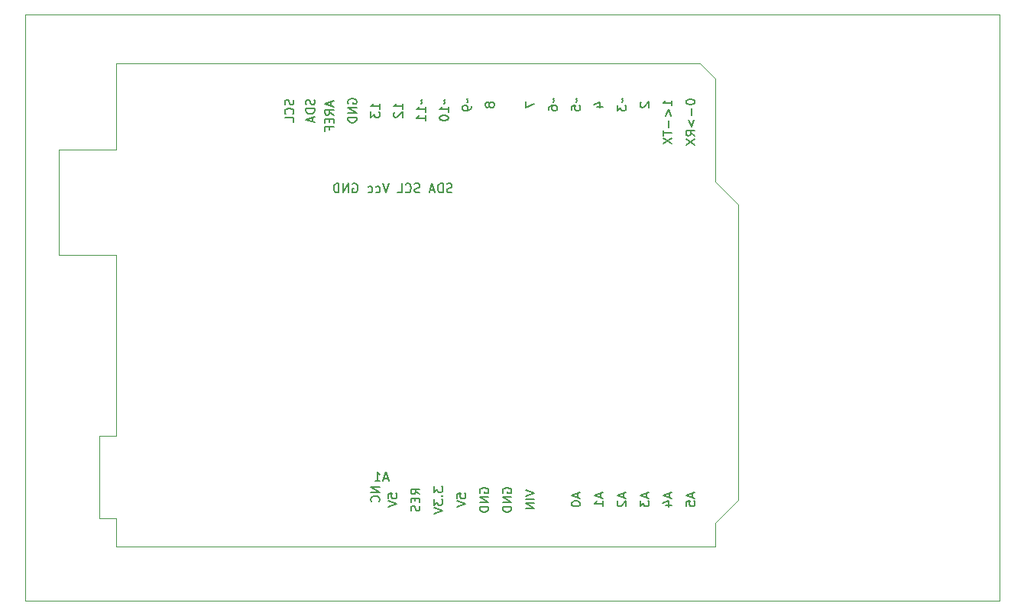
<source format=gbr>
%TF.GenerationSoftware,KiCad,Pcbnew,7.0.5*%
%TF.CreationDate,2024-03-02T19:22:20-05:00*%
%TF.ProjectId,moonratII,6d6f6f6e-7261-4744-9949-2e6b69636164,1.0*%
%TF.SameCoordinates,Original*%
%TF.FileFunction,Legend,Bot*%
%TF.FilePolarity,Positive*%
%FSLAX46Y46*%
G04 Gerber Fmt 4.6, Leading zero omitted, Abs format (unit mm)*
G04 Created by KiCad (PCBNEW 7.0.5) date 2024-03-02 19:22:20*
%MOMM*%
%LPD*%
G01*
G04 APERTURE LIST*
%ADD10C,0.150000*%
%ADD11C,0.120000*%
%TA.AperFunction,Profile*%
%ADD12C,0.100000*%
%TD*%
G04 APERTURE END LIST*
D10*
%TO.C,J2*%
X97314839Y-104662200D02*
X97171982Y-104709819D01*
X97171982Y-104709819D02*
X96933887Y-104709819D01*
X96933887Y-104709819D02*
X96838649Y-104662200D01*
X96838649Y-104662200D02*
X96791030Y-104614580D01*
X96791030Y-104614580D02*
X96743411Y-104519342D01*
X96743411Y-104519342D02*
X96743411Y-104424104D01*
X96743411Y-104424104D02*
X96791030Y-104328866D01*
X96791030Y-104328866D02*
X96838649Y-104281247D01*
X96838649Y-104281247D02*
X96933887Y-104233628D01*
X96933887Y-104233628D02*
X97124363Y-104186009D01*
X97124363Y-104186009D02*
X97219601Y-104138390D01*
X97219601Y-104138390D02*
X97267220Y-104090771D01*
X97267220Y-104090771D02*
X97314839Y-103995533D01*
X97314839Y-103995533D02*
X97314839Y-103900295D01*
X97314839Y-103900295D02*
X97267220Y-103805057D01*
X97267220Y-103805057D02*
X97219601Y-103757438D01*
X97219601Y-103757438D02*
X97124363Y-103709819D01*
X97124363Y-103709819D02*
X96886268Y-103709819D01*
X96886268Y-103709819D02*
X96743411Y-103757438D01*
X96314839Y-104709819D02*
X96314839Y-103709819D01*
X96314839Y-103709819D02*
X96076744Y-103709819D01*
X96076744Y-103709819D02*
X95933887Y-103757438D01*
X95933887Y-103757438D02*
X95838649Y-103852676D01*
X95838649Y-103852676D02*
X95791030Y-103947914D01*
X95791030Y-103947914D02*
X95743411Y-104138390D01*
X95743411Y-104138390D02*
X95743411Y-104281247D01*
X95743411Y-104281247D02*
X95791030Y-104471723D01*
X95791030Y-104471723D02*
X95838649Y-104566961D01*
X95838649Y-104566961D02*
X95933887Y-104662200D01*
X95933887Y-104662200D02*
X96076744Y-104709819D01*
X96076744Y-104709819D02*
X96314839Y-104709819D01*
X95362458Y-104424104D02*
X94886268Y-104424104D01*
X95457696Y-104709819D02*
X95124363Y-103709819D01*
X95124363Y-103709819D02*
X94791030Y-104709819D01*
X93743410Y-104662200D02*
X93600553Y-104709819D01*
X93600553Y-104709819D02*
X93362458Y-104709819D01*
X93362458Y-104709819D02*
X93267220Y-104662200D01*
X93267220Y-104662200D02*
X93219601Y-104614580D01*
X93219601Y-104614580D02*
X93171982Y-104519342D01*
X93171982Y-104519342D02*
X93171982Y-104424104D01*
X93171982Y-104424104D02*
X93219601Y-104328866D01*
X93219601Y-104328866D02*
X93267220Y-104281247D01*
X93267220Y-104281247D02*
X93362458Y-104233628D01*
X93362458Y-104233628D02*
X93552934Y-104186009D01*
X93552934Y-104186009D02*
X93648172Y-104138390D01*
X93648172Y-104138390D02*
X93695791Y-104090771D01*
X93695791Y-104090771D02*
X93743410Y-103995533D01*
X93743410Y-103995533D02*
X93743410Y-103900295D01*
X93743410Y-103900295D02*
X93695791Y-103805057D01*
X93695791Y-103805057D02*
X93648172Y-103757438D01*
X93648172Y-103757438D02*
X93552934Y-103709819D01*
X93552934Y-103709819D02*
X93314839Y-103709819D01*
X93314839Y-103709819D02*
X93171982Y-103757438D01*
X92171982Y-104614580D02*
X92219601Y-104662200D01*
X92219601Y-104662200D02*
X92362458Y-104709819D01*
X92362458Y-104709819D02*
X92457696Y-104709819D01*
X92457696Y-104709819D02*
X92600553Y-104662200D01*
X92600553Y-104662200D02*
X92695791Y-104566961D01*
X92695791Y-104566961D02*
X92743410Y-104471723D01*
X92743410Y-104471723D02*
X92791029Y-104281247D01*
X92791029Y-104281247D02*
X92791029Y-104138390D01*
X92791029Y-104138390D02*
X92743410Y-103947914D01*
X92743410Y-103947914D02*
X92695791Y-103852676D01*
X92695791Y-103852676D02*
X92600553Y-103757438D01*
X92600553Y-103757438D02*
X92457696Y-103709819D01*
X92457696Y-103709819D02*
X92362458Y-103709819D01*
X92362458Y-103709819D02*
X92219601Y-103757438D01*
X92219601Y-103757438D02*
X92171982Y-103805057D01*
X91267220Y-104709819D02*
X91743410Y-104709819D01*
X91743410Y-104709819D02*
X91743410Y-103709819D01*
X90314838Y-103709819D02*
X89981505Y-104709819D01*
X89981505Y-104709819D02*
X89648172Y-103709819D01*
X88886267Y-104662200D02*
X88981505Y-104709819D01*
X88981505Y-104709819D02*
X89171981Y-104709819D01*
X89171981Y-104709819D02*
X89267219Y-104662200D01*
X89267219Y-104662200D02*
X89314838Y-104614580D01*
X89314838Y-104614580D02*
X89362457Y-104519342D01*
X89362457Y-104519342D02*
X89362457Y-104233628D01*
X89362457Y-104233628D02*
X89314838Y-104138390D01*
X89314838Y-104138390D02*
X89267219Y-104090771D01*
X89267219Y-104090771D02*
X89171981Y-104043152D01*
X89171981Y-104043152D02*
X88981505Y-104043152D01*
X88981505Y-104043152D02*
X88886267Y-104090771D01*
X88029124Y-104662200D02*
X88124362Y-104709819D01*
X88124362Y-104709819D02*
X88314838Y-104709819D01*
X88314838Y-104709819D02*
X88410076Y-104662200D01*
X88410076Y-104662200D02*
X88457695Y-104614580D01*
X88457695Y-104614580D02*
X88505314Y-104519342D01*
X88505314Y-104519342D02*
X88505314Y-104233628D01*
X88505314Y-104233628D02*
X88457695Y-104138390D01*
X88457695Y-104138390D02*
X88410076Y-104090771D01*
X88410076Y-104090771D02*
X88314838Y-104043152D01*
X88314838Y-104043152D02*
X88124362Y-104043152D01*
X88124362Y-104043152D02*
X88029124Y-104090771D01*
X86314838Y-103757438D02*
X86410076Y-103709819D01*
X86410076Y-103709819D02*
X86552933Y-103709819D01*
X86552933Y-103709819D02*
X86695790Y-103757438D01*
X86695790Y-103757438D02*
X86791028Y-103852676D01*
X86791028Y-103852676D02*
X86838647Y-103947914D01*
X86838647Y-103947914D02*
X86886266Y-104138390D01*
X86886266Y-104138390D02*
X86886266Y-104281247D01*
X86886266Y-104281247D02*
X86838647Y-104471723D01*
X86838647Y-104471723D02*
X86791028Y-104566961D01*
X86791028Y-104566961D02*
X86695790Y-104662200D01*
X86695790Y-104662200D02*
X86552933Y-104709819D01*
X86552933Y-104709819D02*
X86457695Y-104709819D01*
X86457695Y-104709819D02*
X86314838Y-104662200D01*
X86314838Y-104662200D02*
X86267219Y-104614580D01*
X86267219Y-104614580D02*
X86267219Y-104281247D01*
X86267219Y-104281247D02*
X86457695Y-104281247D01*
X85838647Y-104709819D02*
X85838647Y-103709819D01*
X85838647Y-103709819D02*
X85267219Y-104709819D01*
X85267219Y-104709819D02*
X85267219Y-103709819D01*
X84791028Y-104709819D02*
X84791028Y-103709819D01*
X84791028Y-103709819D02*
X84552933Y-103709819D01*
X84552933Y-103709819D02*
X84410076Y-103757438D01*
X84410076Y-103757438D02*
X84314838Y-103852676D01*
X84314838Y-103852676D02*
X84267219Y-103947914D01*
X84267219Y-103947914D02*
X84219600Y-104138390D01*
X84219600Y-104138390D02*
X84219600Y-104281247D01*
X84219600Y-104281247D02*
X84267219Y-104471723D01*
X84267219Y-104471723D02*
X84314838Y-104566961D01*
X84314838Y-104566961D02*
X84410076Y-104662200D01*
X84410076Y-104662200D02*
X84552933Y-104709819D01*
X84552933Y-104709819D02*
X84791028Y-104709819D01*
%TO.C,A1*%
X90209285Y-136419104D02*
X89733095Y-136419104D01*
X90304523Y-136704819D02*
X89971190Y-135704819D01*
X89971190Y-135704819D02*
X89637857Y-136704819D01*
X88780714Y-136704819D02*
X89352142Y-136704819D01*
X89066428Y-136704819D02*
X89066428Y-135704819D01*
X89066428Y-135704819D02*
X89161666Y-135847676D01*
X89161666Y-135847676D02*
X89256904Y-135942914D01*
X89256904Y-135942914D02*
X89352142Y-135990533D01*
X105459819Y-94641667D02*
X105459819Y-95308333D01*
X105459819Y-95308333D02*
X106459819Y-94879762D01*
X83949104Y-94625952D02*
X83949104Y-95102142D01*
X84234819Y-94530714D02*
X83234819Y-94864047D01*
X83234819Y-94864047D02*
X84234819Y-95197380D01*
X84234819Y-96102142D02*
X83758628Y-95768809D01*
X84234819Y-95530714D02*
X83234819Y-95530714D01*
X83234819Y-95530714D02*
X83234819Y-95911666D01*
X83234819Y-95911666D02*
X83282438Y-96006904D01*
X83282438Y-96006904D02*
X83330057Y-96054523D01*
X83330057Y-96054523D02*
X83425295Y-96102142D01*
X83425295Y-96102142D02*
X83568152Y-96102142D01*
X83568152Y-96102142D02*
X83663390Y-96054523D01*
X83663390Y-96054523D02*
X83711009Y-96006904D01*
X83711009Y-96006904D02*
X83758628Y-95911666D01*
X83758628Y-95911666D02*
X83758628Y-95530714D01*
X83711009Y-96530714D02*
X83711009Y-96864047D01*
X84234819Y-97006904D02*
X84234819Y-96530714D01*
X84234819Y-96530714D02*
X83234819Y-96530714D01*
X83234819Y-96530714D02*
X83234819Y-97006904D01*
X83711009Y-97768809D02*
X83711009Y-97435476D01*
X84234819Y-97435476D02*
X83234819Y-97435476D01*
X83234819Y-97435476D02*
X83234819Y-97911666D01*
X113413152Y-95165476D02*
X114079819Y-95165476D01*
X113032200Y-94927381D02*
X113746485Y-94689286D01*
X113746485Y-94689286D02*
X113746485Y-95308333D01*
X113794104Y-138075714D02*
X113794104Y-138551904D01*
X114079819Y-137980476D02*
X113079819Y-138313809D01*
X113079819Y-138313809D02*
X114079819Y-138647142D01*
X114079819Y-139504285D02*
X114079819Y-138932857D01*
X114079819Y-139218571D02*
X113079819Y-139218571D01*
X113079819Y-139218571D02*
X113222676Y-139123333D01*
X113222676Y-139123333D02*
X113317914Y-139028095D01*
X113317914Y-139028095D02*
X113365533Y-138932857D01*
X111158866Y-94236905D02*
X111111247Y-94284524D01*
X111111247Y-94284524D02*
X111063628Y-94379762D01*
X111063628Y-94379762D02*
X111158866Y-94570238D01*
X111158866Y-94570238D02*
X111111247Y-94665476D01*
X111111247Y-94665476D02*
X111063628Y-94713095D01*
X110539819Y-95570238D02*
X110539819Y-95094048D01*
X110539819Y-95094048D02*
X111016009Y-95046429D01*
X111016009Y-95046429D02*
X110968390Y-95094048D01*
X110968390Y-95094048D02*
X110920771Y-95189286D01*
X110920771Y-95189286D02*
X110920771Y-95427381D01*
X110920771Y-95427381D02*
X110968390Y-95522619D01*
X110968390Y-95522619D02*
X111016009Y-95570238D01*
X111016009Y-95570238D02*
X111111247Y-95617857D01*
X111111247Y-95617857D02*
X111349342Y-95617857D01*
X111349342Y-95617857D02*
X111444580Y-95570238D01*
X111444580Y-95570238D02*
X111492200Y-95522619D01*
X111492200Y-95522619D02*
X111539819Y-95427381D01*
X111539819Y-95427381D02*
X111539819Y-95189286D01*
X111539819Y-95189286D02*
X111492200Y-95094048D01*
X111492200Y-95094048D02*
X111444580Y-95046429D01*
X111254104Y-138075714D02*
X111254104Y-138551904D01*
X111539819Y-137980476D02*
X110539819Y-138313809D01*
X110539819Y-138313809D02*
X111539819Y-138647142D01*
X110539819Y-139170952D02*
X110539819Y-139266190D01*
X110539819Y-139266190D02*
X110587438Y-139361428D01*
X110587438Y-139361428D02*
X110635057Y-139409047D01*
X110635057Y-139409047D02*
X110730295Y-139456666D01*
X110730295Y-139456666D02*
X110920771Y-139504285D01*
X110920771Y-139504285D02*
X111158866Y-139504285D01*
X111158866Y-139504285D02*
X111349342Y-139456666D01*
X111349342Y-139456666D02*
X111444580Y-139409047D01*
X111444580Y-139409047D02*
X111492200Y-139361428D01*
X111492200Y-139361428D02*
X111539819Y-139266190D01*
X111539819Y-139266190D02*
X111539819Y-139170952D01*
X111539819Y-139170952D02*
X111492200Y-139075714D01*
X111492200Y-139075714D02*
X111444580Y-139028095D01*
X111444580Y-139028095D02*
X111349342Y-138980476D01*
X111349342Y-138980476D02*
X111158866Y-138932857D01*
X111158866Y-138932857D02*
X110920771Y-138932857D01*
X110920771Y-138932857D02*
X110730295Y-138980476D01*
X110730295Y-138980476D02*
X110635057Y-139028095D01*
X110635057Y-139028095D02*
X110587438Y-139075714D01*
X110587438Y-139075714D02*
X110539819Y-139170952D01*
X94013866Y-94395714D02*
X93966247Y-94443333D01*
X93966247Y-94443333D02*
X93918628Y-94538571D01*
X93918628Y-94538571D02*
X94013866Y-94729047D01*
X94013866Y-94729047D02*
X93966247Y-94824285D01*
X93966247Y-94824285D02*
X93918628Y-94871904D01*
X94394819Y-95776666D02*
X94394819Y-95205238D01*
X94394819Y-95490952D02*
X93394819Y-95490952D01*
X93394819Y-95490952D02*
X93537676Y-95395714D01*
X93537676Y-95395714D02*
X93632914Y-95300476D01*
X93632914Y-95300476D02*
X93680533Y-95205238D01*
X94394819Y-96729047D02*
X94394819Y-96157619D01*
X94394819Y-96443333D02*
X93394819Y-96443333D01*
X93394819Y-96443333D02*
X93537676Y-96348095D01*
X93537676Y-96348095D02*
X93632914Y-96252857D01*
X93632914Y-96252857D02*
X93680533Y-96157619D01*
X93759819Y-138170952D02*
X93283628Y-137837619D01*
X93759819Y-137599524D02*
X92759819Y-137599524D01*
X92759819Y-137599524D02*
X92759819Y-137980476D01*
X92759819Y-137980476D02*
X92807438Y-138075714D01*
X92807438Y-138075714D02*
X92855057Y-138123333D01*
X92855057Y-138123333D02*
X92950295Y-138170952D01*
X92950295Y-138170952D02*
X93093152Y-138170952D01*
X93093152Y-138170952D02*
X93188390Y-138123333D01*
X93188390Y-138123333D02*
X93236009Y-138075714D01*
X93236009Y-138075714D02*
X93283628Y-137980476D01*
X93283628Y-137980476D02*
X93283628Y-137599524D01*
X93236009Y-138599524D02*
X93236009Y-138932857D01*
X93759819Y-139075714D02*
X93759819Y-138599524D01*
X93759819Y-138599524D02*
X92759819Y-138599524D01*
X92759819Y-138599524D02*
X92759819Y-139075714D01*
X93712200Y-139456667D02*
X93759819Y-139599524D01*
X93759819Y-139599524D02*
X93759819Y-139837619D01*
X93759819Y-139837619D02*
X93712200Y-139932857D01*
X93712200Y-139932857D02*
X93664580Y-139980476D01*
X93664580Y-139980476D02*
X93569342Y-140028095D01*
X93569342Y-140028095D02*
X93474104Y-140028095D01*
X93474104Y-140028095D02*
X93378866Y-139980476D01*
X93378866Y-139980476D02*
X93331247Y-139932857D01*
X93331247Y-139932857D02*
X93283628Y-139837619D01*
X93283628Y-139837619D02*
X93236009Y-139647143D01*
X93236009Y-139647143D02*
X93188390Y-139551905D01*
X93188390Y-139551905D02*
X93140771Y-139504286D01*
X93140771Y-139504286D02*
X93045533Y-139456667D01*
X93045533Y-139456667D02*
X92950295Y-139456667D01*
X92950295Y-139456667D02*
X92855057Y-139504286D01*
X92855057Y-139504286D02*
X92807438Y-139551905D01*
X92807438Y-139551905D02*
X92759819Y-139647143D01*
X92759819Y-139647143D02*
X92759819Y-139885238D01*
X92759819Y-139885238D02*
X92807438Y-140028095D01*
X116238866Y-94236905D02*
X116191247Y-94284524D01*
X116191247Y-94284524D02*
X116143628Y-94379762D01*
X116143628Y-94379762D02*
X116238866Y-94570238D01*
X116238866Y-94570238D02*
X116191247Y-94665476D01*
X116191247Y-94665476D02*
X116143628Y-94713095D01*
X115619819Y-94998810D02*
X115619819Y-95617857D01*
X115619819Y-95617857D02*
X116000771Y-95284524D01*
X116000771Y-95284524D02*
X116000771Y-95427381D01*
X116000771Y-95427381D02*
X116048390Y-95522619D01*
X116048390Y-95522619D02*
X116096009Y-95570238D01*
X116096009Y-95570238D02*
X116191247Y-95617857D01*
X116191247Y-95617857D02*
X116429342Y-95617857D01*
X116429342Y-95617857D02*
X116524580Y-95570238D01*
X116524580Y-95570238D02*
X116572200Y-95522619D01*
X116572200Y-95522619D02*
X116619819Y-95427381D01*
X116619819Y-95427381D02*
X116619819Y-95141667D01*
X116619819Y-95141667D02*
X116572200Y-95046429D01*
X116572200Y-95046429D02*
X116524580Y-94998810D01*
X82084404Y-94415988D02*
X82132023Y-94558845D01*
X82132023Y-94558845D02*
X82132023Y-94796940D01*
X82132023Y-94796940D02*
X82084404Y-94892178D01*
X82084404Y-94892178D02*
X82036784Y-94939797D01*
X82036784Y-94939797D02*
X81941546Y-94987416D01*
X81941546Y-94987416D02*
X81846308Y-94987416D01*
X81846308Y-94987416D02*
X81751070Y-94939797D01*
X81751070Y-94939797D02*
X81703451Y-94892178D01*
X81703451Y-94892178D02*
X81655832Y-94796940D01*
X81655832Y-94796940D02*
X81608213Y-94606464D01*
X81608213Y-94606464D02*
X81560594Y-94511226D01*
X81560594Y-94511226D02*
X81512975Y-94463607D01*
X81512975Y-94463607D02*
X81417737Y-94415988D01*
X81417737Y-94415988D02*
X81322499Y-94415988D01*
X81322499Y-94415988D02*
X81227261Y-94463607D01*
X81227261Y-94463607D02*
X81179642Y-94511226D01*
X81179642Y-94511226D02*
X81132023Y-94606464D01*
X81132023Y-94606464D02*
X81132023Y-94844559D01*
X81132023Y-94844559D02*
X81179642Y-94987416D01*
X82132023Y-95415988D02*
X81132023Y-95415988D01*
X81132023Y-95415988D02*
X81132023Y-95654083D01*
X81132023Y-95654083D02*
X81179642Y-95796940D01*
X81179642Y-95796940D02*
X81274880Y-95892178D01*
X81274880Y-95892178D02*
X81370118Y-95939797D01*
X81370118Y-95939797D02*
X81560594Y-95987416D01*
X81560594Y-95987416D02*
X81703451Y-95987416D01*
X81703451Y-95987416D02*
X81893927Y-95939797D01*
X81893927Y-95939797D02*
X81989165Y-95892178D01*
X81989165Y-95892178D02*
X82084404Y-95796940D01*
X82084404Y-95796940D02*
X82132023Y-95654083D01*
X82132023Y-95654083D02*
X82132023Y-95415988D01*
X81846308Y-96368369D02*
X81846308Y-96844559D01*
X82132023Y-96273131D02*
X81132023Y-96606464D01*
X81132023Y-96606464D02*
X82132023Y-96939797D01*
X79742200Y-94419524D02*
X79789819Y-94562381D01*
X79789819Y-94562381D02*
X79789819Y-94800476D01*
X79789819Y-94800476D02*
X79742200Y-94895714D01*
X79742200Y-94895714D02*
X79694580Y-94943333D01*
X79694580Y-94943333D02*
X79599342Y-94990952D01*
X79599342Y-94990952D02*
X79504104Y-94990952D01*
X79504104Y-94990952D02*
X79408866Y-94943333D01*
X79408866Y-94943333D02*
X79361247Y-94895714D01*
X79361247Y-94895714D02*
X79313628Y-94800476D01*
X79313628Y-94800476D02*
X79266009Y-94610000D01*
X79266009Y-94610000D02*
X79218390Y-94514762D01*
X79218390Y-94514762D02*
X79170771Y-94467143D01*
X79170771Y-94467143D02*
X79075533Y-94419524D01*
X79075533Y-94419524D02*
X78980295Y-94419524D01*
X78980295Y-94419524D02*
X78885057Y-94467143D01*
X78885057Y-94467143D02*
X78837438Y-94514762D01*
X78837438Y-94514762D02*
X78789819Y-94610000D01*
X78789819Y-94610000D02*
X78789819Y-94848095D01*
X78789819Y-94848095D02*
X78837438Y-94990952D01*
X79694580Y-95990952D02*
X79742200Y-95943333D01*
X79742200Y-95943333D02*
X79789819Y-95800476D01*
X79789819Y-95800476D02*
X79789819Y-95705238D01*
X79789819Y-95705238D02*
X79742200Y-95562381D01*
X79742200Y-95562381D02*
X79646961Y-95467143D01*
X79646961Y-95467143D02*
X79551723Y-95419524D01*
X79551723Y-95419524D02*
X79361247Y-95371905D01*
X79361247Y-95371905D02*
X79218390Y-95371905D01*
X79218390Y-95371905D02*
X79027914Y-95419524D01*
X79027914Y-95419524D02*
X78932676Y-95467143D01*
X78932676Y-95467143D02*
X78837438Y-95562381D01*
X78837438Y-95562381D02*
X78789819Y-95705238D01*
X78789819Y-95705238D02*
X78789819Y-95800476D01*
X78789819Y-95800476D02*
X78837438Y-95943333D01*
X78837438Y-95943333D02*
X78885057Y-95990952D01*
X79789819Y-96895714D02*
X79789819Y-96419524D01*
X79789819Y-96419524D02*
X78789819Y-96419524D01*
X101443390Y-94879762D02*
X101395771Y-94784524D01*
X101395771Y-94784524D02*
X101348152Y-94736905D01*
X101348152Y-94736905D02*
X101252914Y-94689286D01*
X101252914Y-94689286D02*
X101205295Y-94689286D01*
X101205295Y-94689286D02*
X101110057Y-94736905D01*
X101110057Y-94736905D02*
X101062438Y-94784524D01*
X101062438Y-94784524D02*
X101014819Y-94879762D01*
X101014819Y-94879762D02*
X101014819Y-95070238D01*
X101014819Y-95070238D02*
X101062438Y-95165476D01*
X101062438Y-95165476D02*
X101110057Y-95213095D01*
X101110057Y-95213095D02*
X101205295Y-95260714D01*
X101205295Y-95260714D02*
X101252914Y-95260714D01*
X101252914Y-95260714D02*
X101348152Y-95213095D01*
X101348152Y-95213095D02*
X101395771Y-95165476D01*
X101395771Y-95165476D02*
X101443390Y-95070238D01*
X101443390Y-95070238D02*
X101443390Y-94879762D01*
X101443390Y-94879762D02*
X101491009Y-94784524D01*
X101491009Y-94784524D02*
X101538628Y-94736905D01*
X101538628Y-94736905D02*
X101633866Y-94689286D01*
X101633866Y-94689286D02*
X101824342Y-94689286D01*
X101824342Y-94689286D02*
X101919580Y-94736905D01*
X101919580Y-94736905D02*
X101967200Y-94784524D01*
X101967200Y-94784524D02*
X102014819Y-94879762D01*
X102014819Y-94879762D02*
X102014819Y-95070238D01*
X102014819Y-95070238D02*
X101967200Y-95165476D01*
X101967200Y-95165476D02*
X101919580Y-95213095D01*
X101919580Y-95213095D02*
X101824342Y-95260714D01*
X101824342Y-95260714D02*
X101633866Y-95260714D01*
X101633866Y-95260714D02*
X101538628Y-95213095D01*
X101538628Y-95213095D02*
X101491009Y-95165476D01*
X101491009Y-95165476D02*
X101443390Y-95070238D01*
X105459819Y-137694762D02*
X106459819Y-138028095D01*
X106459819Y-138028095D02*
X105459819Y-138361428D01*
X106459819Y-138694762D02*
X105459819Y-138694762D01*
X106459819Y-139170952D02*
X105459819Y-139170952D01*
X105459819Y-139170952D02*
X106459819Y-139742380D01*
X106459819Y-139742380D02*
X105459819Y-139742380D01*
X95299819Y-137313810D02*
X95299819Y-137932857D01*
X95299819Y-137932857D02*
X95680771Y-137599524D01*
X95680771Y-137599524D02*
X95680771Y-137742381D01*
X95680771Y-137742381D02*
X95728390Y-137837619D01*
X95728390Y-137837619D02*
X95776009Y-137885238D01*
X95776009Y-137885238D02*
X95871247Y-137932857D01*
X95871247Y-137932857D02*
X96109342Y-137932857D01*
X96109342Y-137932857D02*
X96204580Y-137885238D01*
X96204580Y-137885238D02*
X96252200Y-137837619D01*
X96252200Y-137837619D02*
X96299819Y-137742381D01*
X96299819Y-137742381D02*
X96299819Y-137456667D01*
X96299819Y-137456667D02*
X96252200Y-137361429D01*
X96252200Y-137361429D02*
X96204580Y-137313810D01*
X96204580Y-138361429D02*
X96252200Y-138409048D01*
X96252200Y-138409048D02*
X96299819Y-138361429D01*
X96299819Y-138361429D02*
X96252200Y-138313810D01*
X96252200Y-138313810D02*
X96204580Y-138361429D01*
X96204580Y-138361429D02*
X96299819Y-138361429D01*
X95299819Y-138742381D02*
X95299819Y-139361428D01*
X95299819Y-139361428D02*
X95680771Y-139028095D01*
X95680771Y-139028095D02*
X95680771Y-139170952D01*
X95680771Y-139170952D02*
X95728390Y-139266190D01*
X95728390Y-139266190D02*
X95776009Y-139313809D01*
X95776009Y-139313809D02*
X95871247Y-139361428D01*
X95871247Y-139361428D02*
X96109342Y-139361428D01*
X96109342Y-139361428D02*
X96204580Y-139313809D01*
X96204580Y-139313809D02*
X96252200Y-139266190D01*
X96252200Y-139266190D02*
X96299819Y-139170952D01*
X96299819Y-139170952D02*
X96299819Y-138885238D01*
X96299819Y-138885238D02*
X96252200Y-138790000D01*
X96252200Y-138790000D02*
X96204580Y-138742381D01*
X95299819Y-139647143D02*
X96299819Y-139980476D01*
X96299819Y-139980476D02*
X95299819Y-140313809D01*
X96553866Y-94395714D02*
X96506247Y-94443333D01*
X96506247Y-94443333D02*
X96458628Y-94538571D01*
X96458628Y-94538571D02*
X96553866Y-94729047D01*
X96553866Y-94729047D02*
X96506247Y-94824285D01*
X96506247Y-94824285D02*
X96458628Y-94871904D01*
X96934819Y-95776666D02*
X96934819Y-95205238D01*
X96934819Y-95490952D02*
X95934819Y-95490952D01*
X95934819Y-95490952D02*
X96077676Y-95395714D01*
X96077676Y-95395714D02*
X96172914Y-95300476D01*
X96172914Y-95300476D02*
X96220533Y-95205238D01*
X95934819Y-96395714D02*
X95934819Y-96490952D01*
X95934819Y-96490952D02*
X95982438Y-96586190D01*
X95982438Y-96586190D02*
X96030057Y-96633809D01*
X96030057Y-96633809D02*
X96125295Y-96681428D01*
X96125295Y-96681428D02*
X96315771Y-96729047D01*
X96315771Y-96729047D02*
X96553866Y-96729047D01*
X96553866Y-96729047D02*
X96744342Y-96681428D01*
X96744342Y-96681428D02*
X96839580Y-96633809D01*
X96839580Y-96633809D02*
X96887200Y-96586190D01*
X96887200Y-96586190D02*
X96934819Y-96490952D01*
X96934819Y-96490952D02*
X96934819Y-96395714D01*
X96934819Y-96395714D02*
X96887200Y-96300476D01*
X96887200Y-96300476D02*
X96839580Y-96252857D01*
X96839580Y-96252857D02*
X96744342Y-96205238D01*
X96744342Y-96205238D02*
X96553866Y-96157619D01*
X96553866Y-96157619D02*
X96315771Y-96157619D01*
X96315771Y-96157619D02*
X96125295Y-96205238D01*
X96125295Y-96205238D02*
X96030057Y-96252857D01*
X96030057Y-96252857D02*
X95982438Y-96300476D01*
X95982438Y-96300476D02*
X95934819Y-96395714D01*
X123239819Y-94618095D02*
X123239819Y-94713333D01*
X123239819Y-94713333D02*
X123287438Y-94808571D01*
X123287438Y-94808571D02*
X123335057Y-94856190D01*
X123335057Y-94856190D02*
X123430295Y-94903809D01*
X123430295Y-94903809D02*
X123620771Y-94951428D01*
X123620771Y-94951428D02*
X123858866Y-94951428D01*
X123858866Y-94951428D02*
X124049342Y-94903809D01*
X124049342Y-94903809D02*
X124144580Y-94856190D01*
X124144580Y-94856190D02*
X124192200Y-94808571D01*
X124192200Y-94808571D02*
X124239819Y-94713333D01*
X124239819Y-94713333D02*
X124239819Y-94618095D01*
X124239819Y-94618095D02*
X124192200Y-94522857D01*
X124192200Y-94522857D02*
X124144580Y-94475238D01*
X124144580Y-94475238D02*
X124049342Y-94427619D01*
X124049342Y-94427619D02*
X123858866Y-94380000D01*
X123858866Y-94380000D02*
X123620771Y-94380000D01*
X123620771Y-94380000D02*
X123430295Y-94427619D01*
X123430295Y-94427619D02*
X123335057Y-94475238D01*
X123335057Y-94475238D02*
X123287438Y-94522857D01*
X123287438Y-94522857D02*
X123239819Y-94618095D01*
X123858866Y-95380000D02*
X123858866Y-96141905D01*
X123573152Y-96618095D02*
X123858866Y-97380000D01*
X123858866Y-97380000D02*
X124144580Y-96618095D01*
X124239819Y-98427618D02*
X123763628Y-98094285D01*
X124239819Y-97856190D02*
X123239819Y-97856190D01*
X123239819Y-97856190D02*
X123239819Y-98237142D01*
X123239819Y-98237142D02*
X123287438Y-98332380D01*
X123287438Y-98332380D02*
X123335057Y-98379999D01*
X123335057Y-98379999D02*
X123430295Y-98427618D01*
X123430295Y-98427618D02*
X123573152Y-98427618D01*
X123573152Y-98427618D02*
X123668390Y-98379999D01*
X123668390Y-98379999D02*
X123716009Y-98332380D01*
X123716009Y-98332380D02*
X123763628Y-98237142D01*
X123763628Y-98237142D02*
X123763628Y-97856190D01*
X123239819Y-98760952D02*
X124239819Y-99427618D01*
X123239819Y-99427618D02*
X124239819Y-98760952D01*
X123954104Y-138075714D02*
X123954104Y-138551904D01*
X124239819Y-137980476D02*
X123239819Y-138313809D01*
X123239819Y-138313809D02*
X124239819Y-138647142D01*
X123239819Y-139456666D02*
X123239819Y-138980476D01*
X123239819Y-138980476D02*
X123716009Y-138932857D01*
X123716009Y-138932857D02*
X123668390Y-138980476D01*
X123668390Y-138980476D02*
X123620771Y-139075714D01*
X123620771Y-139075714D02*
X123620771Y-139313809D01*
X123620771Y-139313809D02*
X123668390Y-139409047D01*
X123668390Y-139409047D02*
X123716009Y-139456666D01*
X123716009Y-139456666D02*
X123811247Y-139504285D01*
X123811247Y-139504285D02*
X124049342Y-139504285D01*
X124049342Y-139504285D02*
X124144580Y-139456666D01*
X124144580Y-139456666D02*
X124192200Y-139409047D01*
X124192200Y-139409047D02*
X124239819Y-139313809D01*
X124239819Y-139313809D02*
X124239819Y-139075714D01*
X124239819Y-139075714D02*
X124192200Y-138980476D01*
X124192200Y-138980476D02*
X124144580Y-138932857D01*
X121414104Y-138075714D02*
X121414104Y-138551904D01*
X121699819Y-137980476D02*
X120699819Y-138313809D01*
X120699819Y-138313809D02*
X121699819Y-138647142D01*
X121033152Y-139409047D02*
X121699819Y-139409047D01*
X120652200Y-139170952D02*
X121366485Y-138932857D01*
X121366485Y-138932857D02*
X121366485Y-139551904D01*
X89314819Y-95419523D02*
X89314819Y-94848095D01*
X89314819Y-95133809D02*
X88314819Y-95133809D01*
X88314819Y-95133809D02*
X88457676Y-95038571D01*
X88457676Y-95038571D02*
X88552914Y-94943333D01*
X88552914Y-94943333D02*
X88600533Y-94848095D01*
X88314819Y-95752857D02*
X88314819Y-96371904D01*
X88314819Y-96371904D02*
X88695771Y-96038571D01*
X88695771Y-96038571D02*
X88695771Y-96181428D01*
X88695771Y-96181428D02*
X88743390Y-96276666D01*
X88743390Y-96276666D02*
X88791009Y-96324285D01*
X88791009Y-96324285D02*
X88886247Y-96371904D01*
X88886247Y-96371904D02*
X89124342Y-96371904D01*
X89124342Y-96371904D02*
X89219580Y-96324285D01*
X89219580Y-96324285D02*
X89267200Y-96276666D01*
X89267200Y-96276666D02*
X89314819Y-96181428D01*
X89314819Y-96181428D02*
X89314819Y-95895714D01*
X89314819Y-95895714D02*
X89267200Y-95800476D01*
X89267200Y-95800476D02*
X89219580Y-95752857D01*
X100427438Y-138028095D02*
X100379819Y-137932857D01*
X100379819Y-137932857D02*
X100379819Y-137790000D01*
X100379819Y-137790000D02*
X100427438Y-137647143D01*
X100427438Y-137647143D02*
X100522676Y-137551905D01*
X100522676Y-137551905D02*
X100617914Y-137504286D01*
X100617914Y-137504286D02*
X100808390Y-137456667D01*
X100808390Y-137456667D02*
X100951247Y-137456667D01*
X100951247Y-137456667D02*
X101141723Y-137504286D01*
X101141723Y-137504286D02*
X101236961Y-137551905D01*
X101236961Y-137551905D02*
X101332200Y-137647143D01*
X101332200Y-137647143D02*
X101379819Y-137790000D01*
X101379819Y-137790000D02*
X101379819Y-137885238D01*
X101379819Y-137885238D02*
X101332200Y-138028095D01*
X101332200Y-138028095D02*
X101284580Y-138075714D01*
X101284580Y-138075714D02*
X100951247Y-138075714D01*
X100951247Y-138075714D02*
X100951247Y-137885238D01*
X101379819Y-138504286D02*
X100379819Y-138504286D01*
X100379819Y-138504286D02*
X101379819Y-139075714D01*
X101379819Y-139075714D02*
X100379819Y-139075714D01*
X101379819Y-139551905D02*
X100379819Y-139551905D01*
X100379819Y-139551905D02*
X100379819Y-139790000D01*
X100379819Y-139790000D02*
X100427438Y-139932857D01*
X100427438Y-139932857D02*
X100522676Y-140028095D01*
X100522676Y-140028095D02*
X100617914Y-140075714D01*
X100617914Y-140075714D02*
X100808390Y-140123333D01*
X100808390Y-140123333D02*
X100951247Y-140123333D01*
X100951247Y-140123333D02*
X101141723Y-140075714D01*
X101141723Y-140075714D02*
X101236961Y-140028095D01*
X101236961Y-140028095D02*
X101332200Y-139932857D01*
X101332200Y-139932857D02*
X101379819Y-139790000D01*
X101379819Y-139790000D02*
X101379819Y-139551905D01*
X118255057Y-94689286D02*
X118207438Y-94736905D01*
X118207438Y-94736905D02*
X118159819Y-94832143D01*
X118159819Y-94832143D02*
X118159819Y-95070238D01*
X118159819Y-95070238D02*
X118207438Y-95165476D01*
X118207438Y-95165476D02*
X118255057Y-95213095D01*
X118255057Y-95213095D02*
X118350295Y-95260714D01*
X118350295Y-95260714D02*
X118445533Y-95260714D01*
X118445533Y-95260714D02*
X118588390Y-95213095D01*
X118588390Y-95213095D02*
X119159819Y-94641667D01*
X119159819Y-94641667D02*
X119159819Y-95260714D01*
X118874104Y-138075714D02*
X118874104Y-138551904D01*
X119159819Y-137980476D02*
X118159819Y-138313809D01*
X118159819Y-138313809D02*
X119159819Y-138647142D01*
X118159819Y-138885238D02*
X118159819Y-139504285D01*
X118159819Y-139504285D02*
X118540771Y-139170952D01*
X118540771Y-139170952D02*
X118540771Y-139313809D01*
X118540771Y-139313809D02*
X118588390Y-139409047D01*
X118588390Y-139409047D02*
X118636009Y-139456666D01*
X118636009Y-139456666D02*
X118731247Y-139504285D01*
X118731247Y-139504285D02*
X118969342Y-139504285D01*
X118969342Y-139504285D02*
X119064580Y-139456666D01*
X119064580Y-139456666D02*
X119112200Y-139409047D01*
X119112200Y-139409047D02*
X119159819Y-139313809D01*
X119159819Y-139313809D02*
X119159819Y-139028095D01*
X119159819Y-139028095D02*
X119112200Y-138932857D01*
X119112200Y-138932857D02*
X119064580Y-138885238D01*
X91854819Y-95419523D02*
X91854819Y-94848095D01*
X91854819Y-95133809D02*
X90854819Y-95133809D01*
X90854819Y-95133809D02*
X90997676Y-95038571D01*
X90997676Y-95038571D02*
X91092914Y-94943333D01*
X91092914Y-94943333D02*
X91140533Y-94848095D01*
X90950057Y-95800476D02*
X90902438Y-95848095D01*
X90902438Y-95848095D02*
X90854819Y-95943333D01*
X90854819Y-95943333D02*
X90854819Y-96181428D01*
X90854819Y-96181428D02*
X90902438Y-96276666D01*
X90902438Y-96276666D02*
X90950057Y-96324285D01*
X90950057Y-96324285D02*
X91045295Y-96371904D01*
X91045295Y-96371904D02*
X91140533Y-96371904D01*
X91140533Y-96371904D02*
X91283390Y-96324285D01*
X91283390Y-96324285D02*
X91854819Y-95752857D01*
X91854819Y-95752857D02*
X91854819Y-96371904D01*
X121699819Y-95070476D02*
X121699819Y-94499048D01*
X121699819Y-94784762D02*
X120699819Y-94784762D01*
X120699819Y-94784762D02*
X120842676Y-94689524D01*
X120842676Y-94689524D02*
X120937914Y-94594286D01*
X120937914Y-94594286D02*
X120985533Y-94499048D01*
X121033152Y-96260953D02*
X121318866Y-95499048D01*
X121318866Y-95499048D02*
X121604580Y-96260953D01*
X121318866Y-96737143D02*
X121318866Y-97499048D01*
X120699819Y-97832381D02*
X120699819Y-98403809D01*
X121699819Y-98118095D02*
X120699819Y-98118095D01*
X120699819Y-98641905D02*
X121699819Y-99308571D01*
X120699819Y-99308571D02*
X121699819Y-98641905D01*
X108618866Y-94236905D02*
X108571247Y-94284524D01*
X108571247Y-94284524D02*
X108523628Y-94379762D01*
X108523628Y-94379762D02*
X108618866Y-94570238D01*
X108618866Y-94570238D02*
X108571247Y-94665476D01*
X108571247Y-94665476D02*
X108523628Y-94713095D01*
X107999819Y-95522619D02*
X107999819Y-95332143D01*
X107999819Y-95332143D02*
X108047438Y-95236905D01*
X108047438Y-95236905D02*
X108095057Y-95189286D01*
X108095057Y-95189286D02*
X108237914Y-95094048D01*
X108237914Y-95094048D02*
X108428390Y-95046429D01*
X108428390Y-95046429D02*
X108809342Y-95046429D01*
X108809342Y-95046429D02*
X108904580Y-95094048D01*
X108904580Y-95094048D02*
X108952200Y-95141667D01*
X108952200Y-95141667D02*
X108999819Y-95236905D01*
X108999819Y-95236905D02*
X108999819Y-95427381D01*
X108999819Y-95427381D02*
X108952200Y-95522619D01*
X108952200Y-95522619D02*
X108904580Y-95570238D01*
X108904580Y-95570238D02*
X108809342Y-95617857D01*
X108809342Y-95617857D02*
X108571247Y-95617857D01*
X108571247Y-95617857D02*
X108476009Y-95570238D01*
X108476009Y-95570238D02*
X108428390Y-95522619D01*
X108428390Y-95522619D02*
X108380771Y-95427381D01*
X108380771Y-95427381D02*
X108380771Y-95236905D01*
X108380771Y-95236905D02*
X108428390Y-95141667D01*
X108428390Y-95141667D02*
X108476009Y-95094048D01*
X108476009Y-95094048D02*
X108571247Y-95046429D01*
X97839819Y-138599523D02*
X97839819Y-138123333D01*
X97839819Y-138123333D02*
X98316009Y-138075714D01*
X98316009Y-138075714D02*
X98268390Y-138123333D01*
X98268390Y-138123333D02*
X98220771Y-138218571D01*
X98220771Y-138218571D02*
X98220771Y-138456666D01*
X98220771Y-138456666D02*
X98268390Y-138551904D01*
X98268390Y-138551904D02*
X98316009Y-138599523D01*
X98316009Y-138599523D02*
X98411247Y-138647142D01*
X98411247Y-138647142D02*
X98649342Y-138647142D01*
X98649342Y-138647142D02*
X98744580Y-138599523D01*
X98744580Y-138599523D02*
X98792200Y-138551904D01*
X98792200Y-138551904D02*
X98839819Y-138456666D01*
X98839819Y-138456666D02*
X98839819Y-138218571D01*
X98839819Y-138218571D02*
X98792200Y-138123333D01*
X98792200Y-138123333D02*
X98744580Y-138075714D01*
X97839819Y-138932857D02*
X98839819Y-139266190D01*
X98839819Y-139266190D02*
X97839819Y-139599523D01*
X85822438Y-94848095D02*
X85774819Y-94752857D01*
X85774819Y-94752857D02*
X85774819Y-94610000D01*
X85774819Y-94610000D02*
X85822438Y-94467143D01*
X85822438Y-94467143D02*
X85917676Y-94371905D01*
X85917676Y-94371905D02*
X86012914Y-94324286D01*
X86012914Y-94324286D02*
X86203390Y-94276667D01*
X86203390Y-94276667D02*
X86346247Y-94276667D01*
X86346247Y-94276667D02*
X86536723Y-94324286D01*
X86536723Y-94324286D02*
X86631961Y-94371905D01*
X86631961Y-94371905D02*
X86727200Y-94467143D01*
X86727200Y-94467143D02*
X86774819Y-94610000D01*
X86774819Y-94610000D02*
X86774819Y-94705238D01*
X86774819Y-94705238D02*
X86727200Y-94848095D01*
X86727200Y-94848095D02*
X86679580Y-94895714D01*
X86679580Y-94895714D02*
X86346247Y-94895714D01*
X86346247Y-94895714D02*
X86346247Y-94705238D01*
X86774819Y-95324286D02*
X85774819Y-95324286D01*
X85774819Y-95324286D02*
X86774819Y-95895714D01*
X86774819Y-95895714D02*
X85774819Y-95895714D01*
X86774819Y-96371905D02*
X85774819Y-96371905D01*
X85774819Y-96371905D02*
X85774819Y-96610000D01*
X85774819Y-96610000D02*
X85822438Y-96752857D01*
X85822438Y-96752857D02*
X85917676Y-96848095D01*
X85917676Y-96848095D02*
X86012914Y-96895714D01*
X86012914Y-96895714D02*
X86203390Y-96943333D01*
X86203390Y-96943333D02*
X86346247Y-96943333D01*
X86346247Y-96943333D02*
X86536723Y-96895714D01*
X86536723Y-96895714D02*
X86631961Y-96848095D01*
X86631961Y-96848095D02*
X86727200Y-96752857D01*
X86727200Y-96752857D02*
X86774819Y-96610000D01*
X86774819Y-96610000D02*
X86774819Y-96371905D01*
X116334104Y-138075714D02*
X116334104Y-138551904D01*
X116619819Y-137980476D02*
X115619819Y-138313809D01*
X115619819Y-138313809D02*
X116619819Y-138647142D01*
X115715057Y-138932857D02*
X115667438Y-138980476D01*
X115667438Y-138980476D02*
X115619819Y-139075714D01*
X115619819Y-139075714D02*
X115619819Y-139313809D01*
X115619819Y-139313809D02*
X115667438Y-139409047D01*
X115667438Y-139409047D02*
X115715057Y-139456666D01*
X115715057Y-139456666D02*
X115810295Y-139504285D01*
X115810295Y-139504285D02*
X115905533Y-139504285D01*
X115905533Y-139504285D02*
X116048390Y-139456666D01*
X116048390Y-139456666D02*
X116619819Y-138885238D01*
X116619819Y-138885238D02*
X116619819Y-139504285D01*
X99093866Y-94236905D02*
X99046247Y-94284524D01*
X99046247Y-94284524D02*
X98998628Y-94379762D01*
X98998628Y-94379762D02*
X99093866Y-94570238D01*
X99093866Y-94570238D02*
X99046247Y-94665476D01*
X99046247Y-94665476D02*
X98998628Y-94713095D01*
X99474819Y-95141667D02*
X99474819Y-95332143D01*
X99474819Y-95332143D02*
X99427200Y-95427381D01*
X99427200Y-95427381D02*
X99379580Y-95475000D01*
X99379580Y-95475000D02*
X99236723Y-95570238D01*
X99236723Y-95570238D02*
X99046247Y-95617857D01*
X99046247Y-95617857D02*
X98665295Y-95617857D01*
X98665295Y-95617857D02*
X98570057Y-95570238D01*
X98570057Y-95570238D02*
X98522438Y-95522619D01*
X98522438Y-95522619D02*
X98474819Y-95427381D01*
X98474819Y-95427381D02*
X98474819Y-95236905D01*
X98474819Y-95236905D02*
X98522438Y-95141667D01*
X98522438Y-95141667D02*
X98570057Y-95094048D01*
X98570057Y-95094048D02*
X98665295Y-95046429D01*
X98665295Y-95046429D02*
X98903390Y-95046429D01*
X98903390Y-95046429D02*
X98998628Y-95094048D01*
X98998628Y-95094048D02*
X99046247Y-95141667D01*
X99046247Y-95141667D02*
X99093866Y-95236905D01*
X99093866Y-95236905D02*
X99093866Y-95427381D01*
X99093866Y-95427381D02*
X99046247Y-95522619D01*
X99046247Y-95522619D02*
X98998628Y-95570238D01*
X98998628Y-95570238D02*
X98903390Y-95617857D01*
X102967438Y-138028095D02*
X102919819Y-137932857D01*
X102919819Y-137932857D02*
X102919819Y-137790000D01*
X102919819Y-137790000D02*
X102967438Y-137647143D01*
X102967438Y-137647143D02*
X103062676Y-137551905D01*
X103062676Y-137551905D02*
X103157914Y-137504286D01*
X103157914Y-137504286D02*
X103348390Y-137456667D01*
X103348390Y-137456667D02*
X103491247Y-137456667D01*
X103491247Y-137456667D02*
X103681723Y-137504286D01*
X103681723Y-137504286D02*
X103776961Y-137551905D01*
X103776961Y-137551905D02*
X103872200Y-137647143D01*
X103872200Y-137647143D02*
X103919819Y-137790000D01*
X103919819Y-137790000D02*
X103919819Y-137885238D01*
X103919819Y-137885238D02*
X103872200Y-138028095D01*
X103872200Y-138028095D02*
X103824580Y-138075714D01*
X103824580Y-138075714D02*
X103491247Y-138075714D01*
X103491247Y-138075714D02*
X103491247Y-137885238D01*
X103919819Y-138504286D02*
X102919819Y-138504286D01*
X102919819Y-138504286D02*
X103919819Y-139075714D01*
X103919819Y-139075714D02*
X102919819Y-139075714D01*
X103919819Y-139551905D02*
X102919819Y-139551905D01*
X102919819Y-139551905D02*
X102919819Y-139790000D01*
X102919819Y-139790000D02*
X102967438Y-139932857D01*
X102967438Y-139932857D02*
X103062676Y-140028095D01*
X103062676Y-140028095D02*
X103157914Y-140075714D01*
X103157914Y-140075714D02*
X103348390Y-140123333D01*
X103348390Y-140123333D02*
X103491247Y-140123333D01*
X103491247Y-140123333D02*
X103681723Y-140075714D01*
X103681723Y-140075714D02*
X103776961Y-140028095D01*
X103776961Y-140028095D02*
X103872200Y-139932857D01*
X103872200Y-139932857D02*
X103919819Y-139790000D01*
X103919819Y-139790000D02*
X103919819Y-139551905D01*
X89314819Y-137369286D02*
X88314819Y-137369286D01*
X88314819Y-137369286D02*
X89314819Y-137940714D01*
X89314819Y-137940714D02*
X88314819Y-137940714D01*
X89219580Y-138988333D02*
X89267200Y-138940714D01*
X89267200Y-138940714D02*
X89314819Y-138797857D01*
X89314819Y-138797857D02*
X89314819Y-138702619D01*
X89314819Y-138702619D02*
X89267200Y-138559762D01*
X89267200Y-138559762D02*
X89171961Y-138464524D01*
X89171961Y-138464524D02*
X89076723Y-138416905D01*
X89076723Y-138416905D02*
X88886247Y-138369286D01*
X88886247Y-138369286D02*
X88743390Y-138369286D01*
X88743390Y-138369286D02*
X88552914Y-138416905D01*
X88552914Y-138416905D02*
X88457676Y-138464524D01*
X88457676Y-138464524D02*
X88362438Y-138559762D01*
X88362438Y-138559762D02*
X88314819Y-138702619D01*
X88314819Y-138702619D02*
X88314819Y-138797857D01*
X88314819Y-138797857D02*
X88362438Y-138940714D01*
X88362438Y-138940714D02*
X88410057Y-138988333D01*
X90219819Y-138599523D02*
X90219819Y-138123333D01*
X90219819Y-138123333D02*
X90696009Y-138075714D01*
X90696009Y-138075714D02*
X90648390Y-138123333D01*
X90648390Y-138123333D02*
X90600771Y-138218571D01*
X90600771Y-138218571D02*
X90600771Y-138456666D01*
X90600771Y-138456666D02*
X90648390Y-138551904D01*
X90648390Y-138551904D02*
X90696009Y-138599523D01*
X90696009Y-138599523D02*
X90791247Y-138647142D01*
X90791247Y-138647142D02*
X91029342Y-138647142D01*
X91029342Y-138647142D02*
X91124580Y-138599523D01*
X91124580Y-138599523D02*
X91172200Y-138551904D01*
X91172200Y-138551904D02*
X91219819Y-138456666D01*
X91219819Y-138456666D02*
X91219819Y-138218571D01*
X91219819Y-138218571D02*
X91172200Y-138123333D01*
X91172200Y-138123333D02*
X91124580Y-138075714D01*
X90219819Y-138932857D02*
X91219819Y-139266190D01*
X91219819Y-139266190D02*
X90219819Y-139599523D01*
D11*
X53805000Y-99930000D02*
X60155000Y-99930000D01*
X53805000Y-111610000D02*
X53805000Y-99930000D01*
X58255000Y-131680000D02*
X60155000Y-131680000D01*
X58255000Y-140820000D02*
X58255000Y-131680000D01*
X60155000Y-90400000D02*
X124805000Y-90400000D01*
X60155000Y-99930000D02*
X60155000Y-90400000D01*
X60155000Y-111610000D02*
X53805000Y-111610000D01*
X60155000Y-131680000D02*
X60155000Y-111610000D01*
X60155000Y-140820000D02*
X58255000Y-140820000D01*
X60155000Y-144000000D02*
X60155000Y-140820000D01*
X124805000Y-90400000D02*
X126455000Y-92050000D01*
X126455000Y-92050000D02*
X126455000Y-103480000D01*
X126455000Y-103480000D02*
X128995000Y-106020000D01*
X126455000Y-141330000D02*
X126455000Y-144000000D01*
X126455000Y-144000000D02*
X60155000Y-144000000D01*
X128995000Y-106020000D02*
X128995000Y-138790000D01*
X128995000Y-138790000D02*
X126455000Y-141330000D01*
%TD*%
D12*
X50000000Y-150000000D02*
X158000000Y-150000000D01*
X158000000Y-85000000D02*
X50000000Y-85000000D01*
X50000000Y-85000000D02*
X50000000Y-150000000D01*
X158000000Y-150000000D02*
X158000000Y-85000000D01*
M02*

</source>
